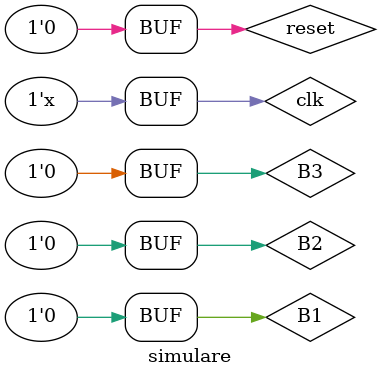
<source format=v>
`timescale 1ns / 1ps


module simulare();
    reg B1,B2,B3,clk,reset;
    wire ESB,EB1,EB2;
    
    automat_cafea cafea(B1,B2,B3,clk,reset,ESB,EB1,EB2);
    always #20 clk = ~clk;
    
    initial begin
    B1 = 0;
    B2 = 0;
    B3 = 0;
    clk = 0;
    reset = 1;
    #120 B1 = 1; B2 = 0; B3 = 0; reset = 0;
    #130 B1 = 0; B2 = 0; B3 = 0; reset = 0;
    #30 B1 = 0; B2 = 1; B3 = 0; reset = 0;
    #40 B1 = 0; B2 = 0; B3 = 0; reset = 0;
    #80 B1 = 0; B2 = 0; B3 = 1; reset = 0;
    #90 B1 = 0; B2 = 0; B3 = 0; reset = 0;
    
    end
endmodule

</source>
